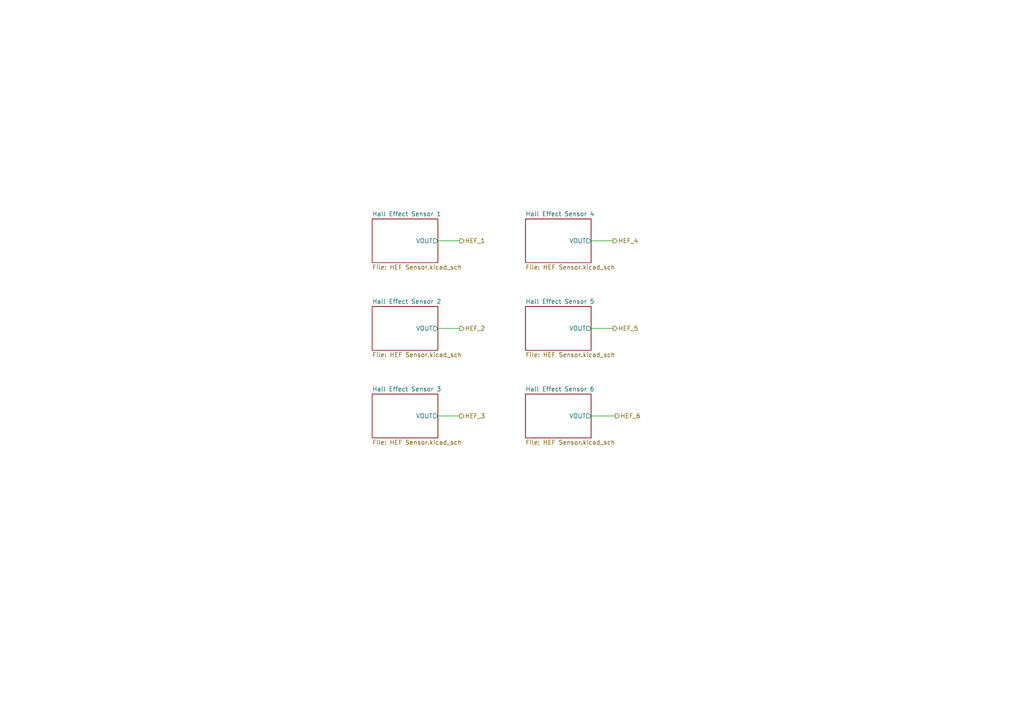
<source format=kicad_sch>
(kicad_sch (version 20230121) (generator eeschema)
  (paper "A4")
  (title_block (title "WCS1700 Calibrator") (date "2023-08-08") (rev "2.0") (comment 1 "Ed Katynski") (comment 2 "(PENDING REVIEW)"))
  (lib_symbols)
  (wire (pts (xy 127 69.85) (xy 133.35 69.85)))
  (wire (pts (xy 171.45 120.65) (xy 178.435 120.65)))
  (wire (pts (xy 171.45 69.85) (xy 177.8 69.85)))
  (wire (pts (xy 127 120.65) (xy 133.35 120.65)))
  (wire (pts (xy 171.45 95.25) (xy 177.8 95.25)))
  (wire (pts (xy 127 95.25) (xy 133.35 95.25)))
  (hierarchical_label "HEF_6" (shape output) (at 178.435 120.65 0))
  (hierarchical_label "HEF_5" (shape output) (at 177.8 95.25 0))
  (hierarchical_label "HEF_4" (shape output) (at 177.8 69.85 0))
  (hierarchical_label "HEF_2" (shape output) (at 133.35 95.25 0))
  (hierarchical_label "HEF_1" (shape output) (at 133.35 69.85 0))
  (hierarchical_label "HEF_3" (shape output) (at 133.35 120.65 0))
  (sheet (at 152.4 88.9) (size 19.05 12.7) (stroke (width 0.1524))
    (property "Sheetname" "Hall Effect Sensor 5" (at 152.4 88.1884 0) (effects (justify left bottom)))
    (property "Sheetfile" "HEF Sensor.kicad_sch" (at 152.4 102.1846 0) (effects (justify left top)))
    (pin "VOUT" output (at 171.45 95.25 0))
  )
  (sheet (at 152.4 63.5) (size 19.05 12.7) (stroke (width 0.1524))
    (property "Sheetname" "Hall Effect Sensor 4" (at 152.4 62.7884 0) (effects (justify left bottom)))
    (property "Sheetfile" "HEF Sensor.kicad_sch" (at 152.4 76.7846 0) (effects (justify left top)))
    (pin "VOUT" output (at 171.45 69.85 0))
  )
  (sheet (at 107.95 114.3) (size 19.05 12.7) (stroke (width 0.1524))
    (property "Sheetname" "Hall Effect Sensor 3" (at 107.95 113.5884 0) (effects (justify left bottom)))
    (property "Sheetfile" "HEF Sensor.kicad_sch" (at 107.95 127.5846 0) (effects (justify left top)))
    (pin "VOUT" output (at 127 120.65 0))
  )
  (sheet (at 107.95 88.9) (size 19.05 12.7) (stroke (width 0.1524))
    (property "Sheetname" "Hall Effect Sensor 2" (at 107.95 88.1884 0) (effects (justify left bottom)))
    (property "Sheetfile" "HEF Sensor.kicad_sch" (at 107.95 102.1846 0) (effects (justify left top)))
    (pin "VOUT" output (at 127 95.25 0))
  )
  (sheet (at 107.95 63.5) (size 19.05 12.7) (stroke (width 0.1524))
    (property "Sheetname" "Hall Effect Sensor 1" (at 107.95 62.7884 0) (effects (justify left bottom)))
    (property "Sheetfile" "HEF Sensor.kicad_sch" (at 107.95 76.7846 0) (effects (justify left top)))
    (pin "VOUT" output (at 127 69.85 0))
  )
  (sheet (at 152.4 114.3) (size 19.05 12.7) (stroke (width 0.1524))
    (property "Sheetname" "Hall Effect Sensor 6" (at 152.4 113.5884 0) (effects (justify left bottom)))
    (property "Sheetfile" "HEF Sensor.kicad_sch" (at 152.4 127.5846 0) (effects (justify left top)))
    (pin "VOUT" output (at 171.45 120.65 0))
  )
)
</source>
